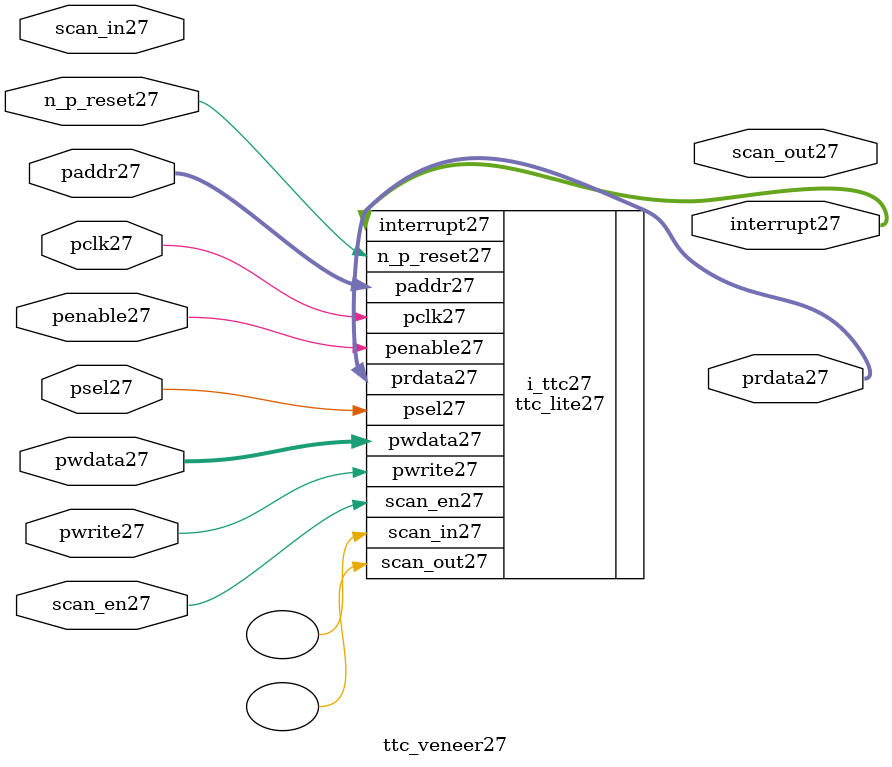
<source format=v>
module ttc_veneer27 (
           
           //inputs27
           n_p_reset27,
           pclk27,
           psel27,
           penable27,
           pwrite27,
           pwdata27,
           paddr27,
           scan_in27,
           scan_en27,

           //outputs27
           prdata27,
           interrupt27,
           scan_out27           

           );


//-----------------------------------------------------------------------------
// PORT DECLARATIONS27
//-----------------------------------------------------------------------------

   input         n_p_reset27;            //System27 Reset27
   input         pclk27;                 //System27 clock27
   input         psel27;                 //Select27 line
   input         penable27;              //Enable27
   input         pwrite27;               //Write line, 1 for write, 0 for read
   input [31:0]  pwdata27;               //Write data
   input [7:0]   paddr27;                //Address Bus27 register
   input         scan_in27;              //Scan27 chain27 input port
   input         scan_en27;              //Scan27 chain27 enable port
   
   output [31:0] prdata27;               //Read Data from the APB27 Interface27
   output [3:1]  interrupt27;            //Interrupt27 from PCI27 
   output        scan_out27;             //Scan27 chain27 output port

//##############################################################################
// if the TTC27 is NOT27 black27 boxed27 
//##############################################################################
`ifndef FV_KIT_BLACK_BOX_TTC27 

ttc_lite27 i_ttc27(

   //inputs27
   .n_p_reset27(n_p_reset27),
   .pclk27(pclk27),
   .psel27(psel27),
   .penable27(penable27),
   .pwrite27(pwrite27),
   .pwdata27(pwdata27),
   .paddr27(paddr27),
   .scan_in27(),
   .scan_en27(scan_en27),

   //outputs27
   .prdata27(prdata27),
   .interrupt27(interrupt27),
   .scan_out27()
);

`else 
//##############################################################################
// if the TTC27 is black27 boxed27 
//##############################################################################

   wire          n_p_reset27;            //System27 Reset27
   wire          pclk27;                 //System27 clock27
   wire          psel27;                 //Select27 line
   wire          penable27;              //Enable27
   wire          pwrite27;               //Write line, 1 for write, 0 for read
   wire  [31:0]  pwdata27;               //Write data
   wire  [7:0]   paddr27;                //Address Bus27 register
   wire          scan_in27;              //Scan27 chain27 wire  port
   wire          scan_en27;              //Scan27 chain27 enable port
   
   reg    [31:0] prdata27;               //Read Data from the APB27 Interface27
   reg    [3:1]  interrupt27;            //Interrupt27 from PCI27 
   reg           scan_out27;             //Scan27 chain27 reg    port

`endif
//##############################################################################
// black27 boxed27 defines27 
//##############################################################################

endmodule

</source>
